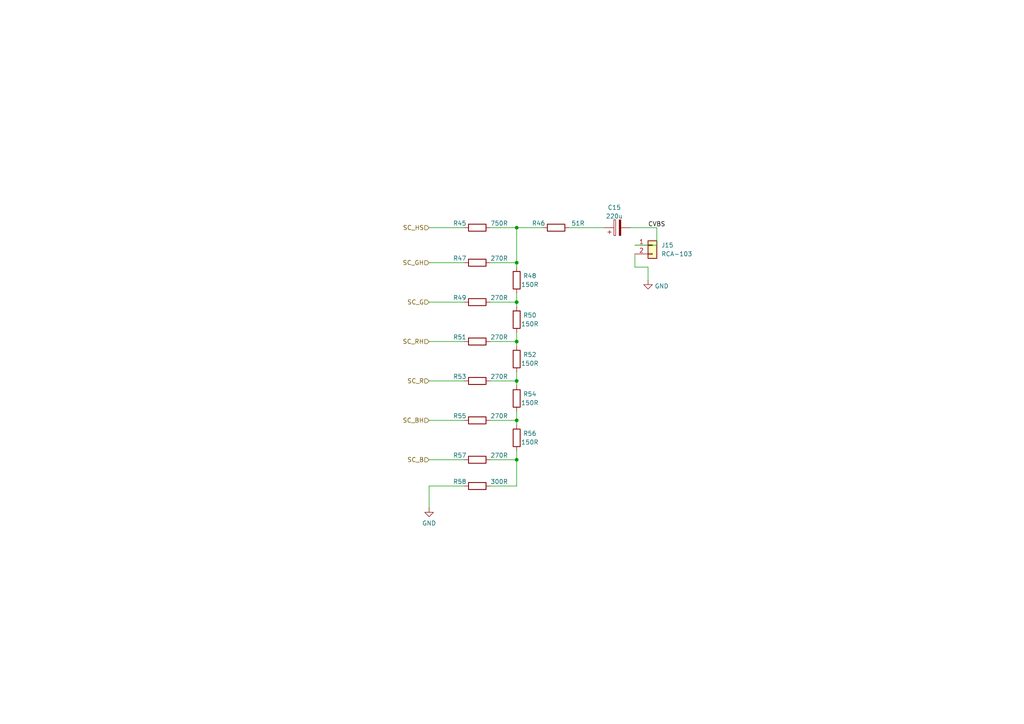
<source format=kicad_sch>
(kicad_sch (version 20250114) (generator "eeschema") (generator_version "9.0")
  (paper "A4")
  (title_block (title "FRANK M2") (date "2025-03-16") (rev "1.03") (company "Mikhail Matveev") (comment 1 "https://github.com/xtremespb/frank"))
  (lib_symbols
    (symbol "Connector_Generic:Conn_01x02" (pin_names (offset 1.016) (hide yes))
      (property "Reference" "J" (at 0 2.54 0))
      (property "Value" "Conn_01x02" (at 0 -5.08 0))
      (symbol "Conn_01x02_1_1"
        (rectangle (start -1.27 1.27) (end 1.27 -3.81) (stroke (width 0.254)) (fill (type background)))
        (rectangle (start -1.27 0.127) (end 0 -0.127) (stroke (width 0.1524)))
        (rectangle (start -1.27 -2.413) (end 0 -2.667) (stroke (width 0.1524)))
        (pin passive line (at -5.08 0 0) (length 3.81) (name "Pin_1") (number "1"))
        (pin passive line (at -5.08 -2.54 0) (length 3.81) (name "Pin_2") (number "2"))
      )
    )
    (symbol "Device:C_Polarized" (pin_numbers (hide yes)) (pin_names (offset 0.254))
      (property "Reference" "C" (at 0.635 2.54 0))
      (property "Value" "C_Polarized" (at 0.635 -2.54 0))
      (symbol "C_Polarized_0_1"
        (rectangle (start -2.286 0.508) (end 2.286 1.016))
        (polyline (pts (xy -1.778 2.286) (xy -0.762 2.286)))
        (polyline (pts (xy -1.27 2.794) (xy -1.27 1.778)))
        (rectangle (start 2.286 -0.508) (end -2.286 -1.016) (fill (type outline)))
      )
      (symbol "C_Polarized_1_1"
        (pin passive line (at 0 3.81 270) (length 2.794) (name "~") (number "1"))
        (pin passive line (at 0 -3.81 90) (length 2.794) (name "~") (number "2"))
      )
    )
    (symbol "Device:R" (pin_numbers (hide yes)) (pin_names (offset 0))
      (property "Reference" "R" (at 2.032 0 90))
      (property "Value" "R" (at 0 0 90))
      (symbol "R_0_1"
        (rectangle (start -1.016 -2.54) (end 1.016 2.54) (stroke (width 0.254)))
      )
      (symbol "R_1_1"
        (pin passive line (at 0 3.81 270) (length 1.27) (name "~") (number "1"))
        (pin passive line (at 0 -3.81 90) (length 1.27) (name "~") (number "2"))
      )
    )
    (symbol "GND_1" (power) (pin_numbers (hide yes)) (pin_names (offset 0) (hide yes))
      (property "Value" "GND" (at 0 -3.81 0))
      (symbol "GND_1_0_1"
        (polyline (pts (xy 0 0) (xy 0 -1.27) (xy 1.27 -1.27) (xy 0 -2.54) (xy -1.27 -1.27) (xy 0 -1.27)))
      )
      (symbol "GND_1_1_1"
        (pin power_in line (at 0 0 270) (length 0) (name "~") (number "1"))
      )
    )
    (symbol "power:GND" (power) (pin_numbers (hide yes)) (pin_names (offset 0) (hide yes))
      (property "Value" "GND" (at 0 -3.81 0))
      (symbol "GND_0_1"
        (polyline (pts (xy 0 0) (xy 0 -1.27) (xy 1.27 -1.27) (xy 0 -2.54) (xy -1.27 -1.27) (xy 0 -1.27)))
      )
      (symbol "GND_1_1"
        (pin power_in line (at 0 0 270) (length 0) (name "~") (number "1"))
      )
    )
  )
  (junction (at 149.86 121.92))
  (junction (at 149.86 87.63))
  (junction (at 149.86 99.06))
  (junction (at 149.86 133.35))
  (junction (at 149.86 66.04))
  (junction (at 149.86 110.49))
  (junction (at 149.86 76.2))
  (wire (pts (xy 149.86 85.09) (xy 149.86 87.63)))
  (wire (pts (xy 149.86 119.38) (xy 149.86 121.92)))
  (wire (pts (xy 142.24 87.63) (xy 149.86 87.63)))
  (wire (pts (xy 142.24 121.92) (xy 149.86 121.92)))
  (wire (pts (xy 149.86 76.2) (xy 149.86 77.47)))
  (wire (pts (xy 142.24 110.49) (xy 149.86 110.49)))
  (wire (pts (xy 142.24 76.2) (xy 149.86 76.2)))
  (wire (pts (xy 184.15 77.47) (xy 187.96 77.47)))
  (wire (pts (xy 134.62 140.97) (xy 124.46 140.97)))
  (wire (pts (xy 124.46 121.92) (xy 134.62 121.92)))
  (wire (pts (xy 184.15 77.47) (xy 184.15 73.66)))
  (wire (pts (xy 149.86 87.63) (xy 149.86 88.9)))
  (wire (pts (xy 187.96 77.47) (xy 187.96 81.28)))
  (wire (pts (xy 190.5 66.04) (xy 182.88 66.04)))
  (wire (pts (xy 190.5 71.12) (xy 184.15 71.12)))
  (wire (pts (xy 124.46 133.35) (xy 134.62 133.35)))
  (wire (pts (xy 149.86 133.35) (xy 149.86 140.97)))
  (wire (pts (xy 149.86 130.81) (xy 149.86 133.35)))
  (wire (pts (xy 142.24 66.04) (xy 149.86 66.04)))
  (wire (pts (xy 149.86 96.52) (xy 149.86 99.06)))
  (wire (pts (xy 124.46 99.06) (xy 134.62 99.06)))
  (wire (pts (xy 124.46 140.97) (xy 124.46 147.32)))
  (wire (pts (xy 149.86 66.04) (xy 157.48 66.04)))
  (wire (pts (xy 124.46 110.49) (xy 134.62 110.49)))
  (wire (pts (xy 124.46 76.2) (xy 134.62 76.2)))
  (wire (pts (xy 149.86 140.97) (xy 142.24 140.97)))
  (wire (pts (xy 149.86 99.06) (xy 149.86 100.33)))
  (wire (pts (xy 190.5 71.12) (xy 190.5 66.04)))
  (wire (pts (xy 149.86 107.95) (xy 149.86 110.49)))
  (wire (pts (xy 165.1 66.04) (xy 175.26 66.04)))
  (wire (pts (xy 149.86 121.92) (xy 149.86 123.19)))
  (wire (pts (xy 149.86 66.04) (xy 149.86 76.2)))
  (wire (pts (xy 142.24 99.06) (xy 149.86 99.06)))
  (wire (pts (xy 142.24 133.35) (xy 149.86 133.35)))
  (wire (pts (xy 124.46 66.04) (xy 134.62 66.04)))
  (wire (pts (xy 124.46 87.63) (xy 134.62 87.63)))
  (wire (pts (xy 149.86 110.49) (xy 149.86 111.76)))
  (label "CVBS" (at 187.96 66.04 0))
  (hierarchical_label "SC_R" (shape input) (at 124.46 110.49 180))
  (hierarchical_label "SC_RH" (shape input) (at 124.46 99.06 180))
  (hierarchical_label "SC_GH" (shape input) (at 124.46 76.2 180))
  (hierarchical_label "SC_G" (shape input) (at 124.46 87.63 180))
  (hierarchical_label "SC_B" (shape input) (at 124.46 133.35 180))
  (hierarchical_label "SC_BH" (shape input) (at 124.46 121.92 180))
  (hierarchical_label "SC_HS" (shape input) (at 124.46 66.04 180))
  (symbol (lib_id "Device:R") (at 149.86 127 180) (unit 1)
    (property "Reference" "R56" (at 153.67 125.73 0))
    (property "Value" "150R" (at 153.67 128.27 0))
    (property "Footprint" "FRANK:Resistor (0805)" (effects (hide yes)))
    (property "Datasheet" "https://www.vishay.com/docs/28952/mcs0402at-mct0603at-mcu0805at-mca1206at.pdf" (effects (hide yes)))
    (property "AliExpress" "https://www.aliexpress.com/item/1005005945735199.html" (effects (hide yes)))
  )
  (symbol (lib_id "Device:R") (at 138.43 121.92 90) (unit 1)
    (property "Reference" "R55" (at 133.35 120.65 90))
    (property "Value" "270R" (at 144.78 120.65 90))
    (property "Footprint" "FRANK:Resistor (0805)" (effects (hide yes)))
    (property "Datasheet" "https://www.vishay.com/docs/28952/mcs0402at-mct0603at-mcu0805at-mca1206at.pdf" (effects (hide yes)))
    (property "AliExpress" "https://www.aliexpress.com/item/1005005945735199.html" (effects (hide yes)))
  )
  (symbol (lib_name "GND_1") (lib_id "power:GND") (at 187.96 81.28 0) (unit 1)
    (property "Reference" "#PWR071" (effects (hide yes)))
    (property "Value" "GND" (at 189.865 82.9838 0) (effects (justify left)))
    (property "Description" "Power symbol creates a global label with name \"GND\" , ground" (effects (hide yes)))
  )
  (symbol (lib_id "Device:R") (at 138.43 99.06 90) (unit 1)
    (property "Reference" "R51" (at 133.35 97.79 90))
    (property "Value" "270R" (at 144.78 97.79 90))
    (property "Footprint" "FRANK:Resistor (0805)" (effects (hide yes)))
    (property "Datasheet" "https://www.vishay.com/docs/28952/mcs0402at-mct0603at-mcu0805at-mca1206at.pdf" (effects (hide yes)))
    (property "AliExpress" "https://www.aliexpress.com/item/1005005945735199.html" (effects (hide yes)))
  )
  (symbol (lib_id "Device:R") (at 138.43 76.2 90) (unit 1)
    (property "Reference" "R47" (at 133.35 74.93 90))
    (property "Value" "270R" (at 144.78 74.93 90))
    (property "Footprint" "FRANK:Resistor (0805)" (effects (hide yes)))
    (property "Datasheet" "https://www.vishay.com/docs/28952/mcs0402at-mct0603at-mcu0805at-mca1206at.pdf" (effects (hide yes)))
    (property "AliExpress" "https://www.aliexpress.com/item/1005005945735199.html" (effects (hide yes)))
  )
  (symbol (lib_id "Device:R") (at 138.43 66.04 90) (unit 1)
    (property "Reference" "R45" (at 133.35 64.77 90))
    (property "Value" "750R" (at 144.78 64.77 90))
    (property "Footprint" "FRANK:Resistor (0805)" (effects (hide yes)))
    (property "Datasheet" "https://www.vishay.com/docs/28952/mcs0402at-mct0603at-mcu0805at-mca1206at.pdf" (effects (hide yes)))
    (property "AliExpress" "https://www.aliexpress.com/item/1005005945735199.html" (effects (hide yes)))
  )
  (symbol (lib_id "Device:R") (at 149.86 104.14 180) (unit 1)
    (property "Reference" "R52" (at 153.67 102.87 0))
    (property "Value" "150R" (at 153.67 105.41 0))
    (property "Footprint" "FRANK:Resistor (0805)" (effects (hide yes)))
    (property "Datasheet" "https://www.vishay.com/docs/28952/mcs0402at-mct0603at-mcu0805at-mca1206at.pdf" (effects (hide yes)))
    (property "AliExpress" "https://www.aliexpress.com/item/1005005945735199.html" (effects (hide yes)))
  )
  (symbol (lib_id "Device:R") (at 138.43 140.97 90) (unit 1)
    (property "Reference" "R58" (at 133.35 139.7 90))
    (property "Value" "300R" (at 144.78 139.7 90))
    (property "Footprint" "FRANK:Resistor (0805)" (effects (hide yes)))
    (property "Datasheet" "https://www.vishay.com/docs/28952/mcs0402at-mct0603at-mcu0805at-mca1206at.pdf" (effects (hide yes)))
    (property "AliExpress" "https://www.aliexpress.com/item/1005005945735199.html" (effects (hide yes)))
  )
  (symbol (lib_id "Device:C_Polarized") (at 179.07 66.04 90) (unit 1)
    (property "Reference" "C15" (at 178.181 60.1812 90))
    (property "Value" "220u" (at 178.181 62.7181 90))
    (property "Footprint" "FRANK:Capacitor (3528, tantalum, polar)" (effects (hide yes)))
    (property "Datasheet" "https://eu.mouser.com/datasheet/2/447/KEM_T2005_T491-3316937.pdf" (effects (hide yes)))
    (property "AliExpress" "https://www.aliexpress.com/item/1005006870280809.html" (effects (hide yes)))
  )
  (symbol (lib_id "Device:R") (at 138.43 87.63 90) (unit 1)
    (property "Reference" "R49" (at 133.35 86.36 90))
    (property "Value" "270R" (at 144.78 86.36 90))
    (property "Footprint" "FRANK:Resistor (0805)" (effects (hide yes)))
    (property "Datasheet" "https://www.vishay.com/docs/28952/mcs0402at-mct0603at-mcu0805at-mca1206at.pdf" (effects (hide yes)))
    (property "AliExpress" "https://www.aliexpress.com/item/1005005945735199.html" (effects (hide yes)))
  )
  (symbol (lib_id "Device:R") (at 161.29 66.04 90) (unit 1)
    (property "Reference" "R46" (at 156.21 64.77 90))
    (property "Value" "51R" (at 167.64 64.77 90))
    (property "Footprint" "FRANK:Resistor (0805)" (effects (hide yes)))
    (property "Datasheet" "https://www.vishay.com/docs/28952/mcs0402at-mct0603at-mcu0805at-mca1206at.pdf" (effects (hide yes)))
    (property "AliExpress" "https://www.aliexpress.com/item/1005005945735199.html" (effects (hide yes)))
  )
  (symbol (lib_id "Device:R") (at 138.43 110.49 90) (unit 1)
    (property "Reference" "R53" (at 133.35 109.22 90))
    (property "Value" "270R" (at 144.78 109.22 90))
    (property "Footprint" "FRANK:Resistor (0805)" (effects (hide yes)))
    (property "Datasheet" "https://www.vishay.com/docs/28952/mcs0402at-mct0603at-mcu0805at-mca1206at.pdf" (effects (hide yes)))
    (property "AliExpress" "https://www.aliexpress.com/item/1005005945735199.html" (effects (hide yes)))
  )
  (symbol (lib_id "Device:R") (at 149.86 115.57 180) (unit 1)
    (property "Reference" "R54" (at 153.67 114.3 0))
    (property "Value" "150R" (at 153.67 116.84 0))
    (property "Footprint" "FRANK:Resistor (0805)" (effects (hide yes)))
    (property "Datasheet" "https://www.vishay.com/docs/28952/mcs0402at-mct0603at-mcu0805at-mca1206at.pdf" (effects (hide yes)))
    (property "AliExpress" "https://www.aliexpress.com/item/1005005945735199.html" (effects (hide yes)))
  )
  (symbol (lib_id "Device:R") (at 138.43 133.35 90) (unit 1)
    (property "Reference" "R57" (at 133.35 132.08 90))
    (property "Value" "270R" (at 144.78 132.08 90))
    (property "Footprint" "FRANK:Resistor (0805)" (effects (hide yes)))
    (property "Datasheet" "https://www.vishay.com/docs/28952/mcs0402at-mct0603at-mcu0805at-mca1206at.pdf" (effects (hide yes)))
    (property "AliExpress" "https://www.aliexpress.com/item/1005005945735199.html" (effects (hide yes)))
  )
  (symbol (lib_id "Connector_Generic:Conn_01x02") (at 189.23 71.12 0) (unit 1)
    (property "Reference" "J15" (at 191.77 71.1199 0) (effects (justify left)))
    (property "Value" "RCA-103" (at 191.77 73.6599 0) (effects (justify left)))
    (property "Footprint" "FRANK:RCA" (effects (hide yes)))
    (property "Datasheet" "http://www.kosmodrom.com.ua/pdf/RCA-103.pdf" (effects (hide yes)))
    (property "AliExpress" "https://www.aliexpress.com/item/1005006152724809.html" (effects (hide yes)))
  )
  (symbol (lib_id "Device:R") (at 149.86 81.28 180) (unit 1)
    (property "Reference" "R48" (at 153.67 80.01 0))
    (property "Value" "150R" (at 153.67 82.55 0))
    (property "Footprint" "FRANK:Resistor (0805)" (effects (hide yes)))
    (property "Datasheet" "https://www.vishay.com/docs/28952/mcs0402at-mct0603at-mcu0805at-mca1206at.pdf" (effects (hide yes)))
    (property "AliExpress" "https://www.aliexpress.com/item/1005005945735199.html" (effects (hide yes)))
  )
  (symbol (lib_id "Device:R") (at 149.86 92.71 180) (unit 1)
    (property "Reference" "R50" (at 153.67 91.44 0))
    (property "Value" "150R" (at 153.67 93.98 0))
    (property "Footprint" "FRANK:Resistor (0805)" (effects (hide yes)))
    (property "Datasheet" "https://www.vishay.com/docs/28952/mcs0402at-mct0603at-mcu0805at-mca1206at.pdf" (effects (hide yes)))
    (property "AliExpress" "https://www.aliexpress.com/item/1005005945735199.html" (effects (hide yes)))
  )
  (symbol (lib_id "power:GND") (at 124.46 147.32 0) (unit 1)
    (property "Reference" "#PWR072" (effects (hide yes)))
    (property "Value" "GND" (at 124.46 151.7634 0))
    (property "Description" "Power symbol creates a global label with name \"GND\" , ground" (effects (hide yes)))
  )
)
</source>
